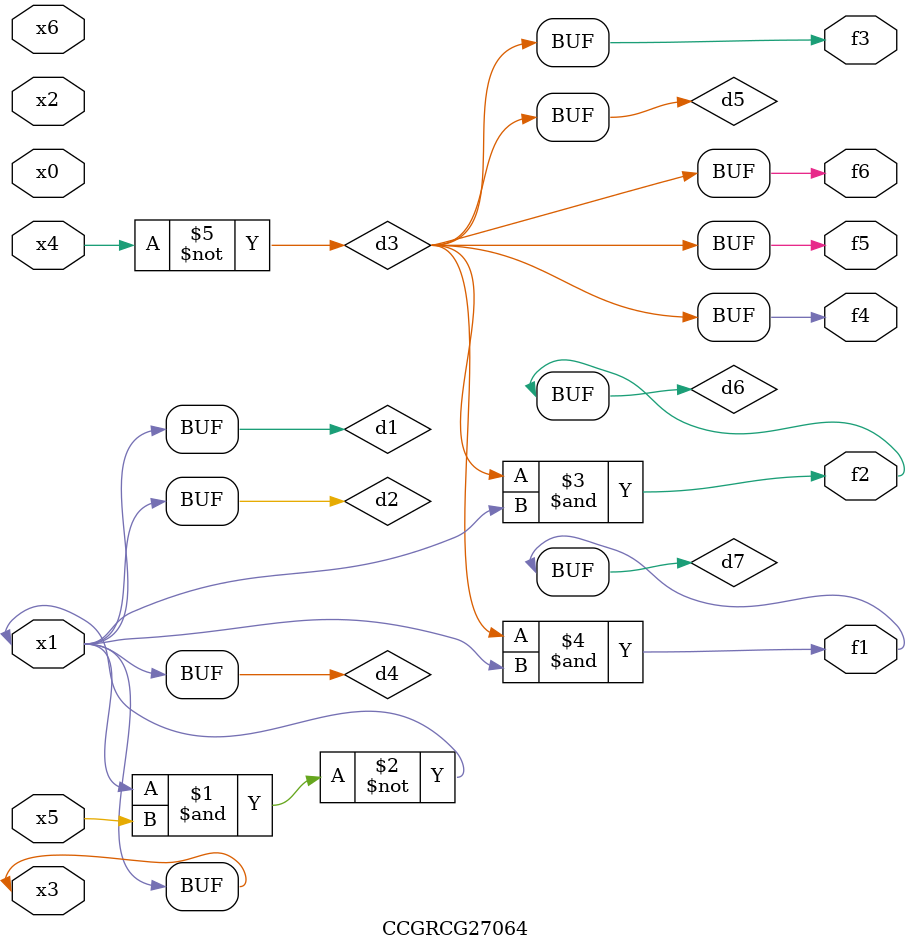
<source format=v>
module CCGRCG27064(
	input x0, x1, x2, x3, x4, x5, x6,
	output f1, f2, f3, f4, f5, f6
);

	wire d1, d2, d3, d4, d5, d6, d7;

	buf (d1, x1, x3);
	nand (d2, x1, x5);
	not (d3, x4);
	buf (d4, d1, d2);
	buf (d5, d3);
	and (d6, d3, d4);
	and (d7, d3, d4);
	assign f1 = d7;
	assign f2 = d6;
	assign f3 = d5;
	assign f4 = d5;
	assign f5 = d5;
	assign f6 = d5;
endmodule

</source>
